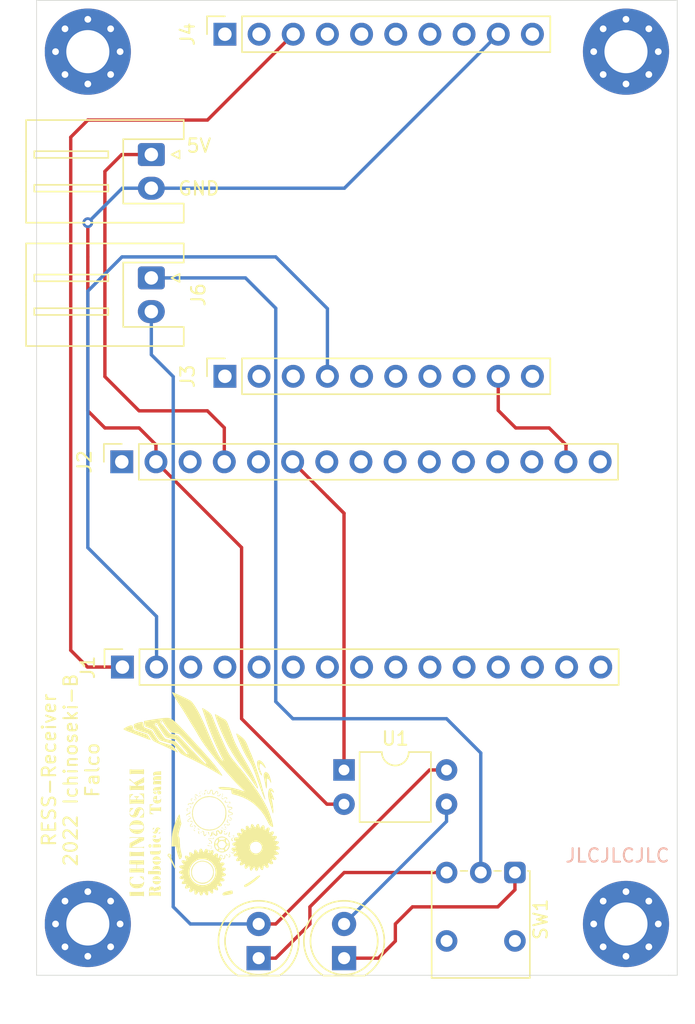
<source format=kicad_pcb>
(kicad_pcb (version 20211014) (generator pcbnew)
  (layers (0 "F.Cu" signal) (31 "B.Cu" signal) (34 "B.Paste" user) (35 "F.Paste" user) (36 "B.SilkS" user "B.Silkscreen") (37 "F.SilkS" user "F.Silkscreen") (38 "B.Mask" user) (39 "F.Mask" user) (44 "Edge.Cuts" user))
  (net 0 "")
  (net 1 "Net-(D1-Pad1)")
  (net 2 "Net-(D1-Pad2)")
  (net 3 "Net-(D2-Pad1)")
  (net 4 "GND")
  (net 5 "Net-(D2-Pad2)")
  (net 6 "+5V")
  (net 7 "Net-(J6-Pad1)")
  (net 8 "RX")
  (net 9 "+3V3")
  (net 10 "TX")
  (net 11 "Out")
  (net 12 "Net-(J1-Pad3)")
  (net 13 "Net-(J1-Pad4)")
  (net 14 "Net-(J1-Pad5)")
  (net 15 "Net-(J1-Pad6)")
  (net 16 "Net-(J1-Pad7)")
  (net 17 "Net-(J1-Pad8)")
  (net 18 "Net-(J1-Pad9)")
  (net 19 "Net-(J1-Pad10)")
  (net 20 "Net-(J1-Pad11)")
  (net 21 "Net-(J1-Pad12)")
  (net 22 "Net-(J1-Pad13)")
  (net 23 "Net-(J1-Pad14)")
  (net 24 "Net-(J1-Pad15)")
  (net 25 "Net-(J2-Pad1)")
  (net 26 "Net-(J2-Pad3)")
  (net 27 "Net-(J2-Pad5)")
  (net 28 "Net-(J2-Pad7)")
  (net 29 "Net-(J2-Pad8)")
  (net 30 "Net-(J2-Pad9)")
  (net 31 "Net-(J2-Pad10)")
  (net 32 "Net-(J2-Pad11)")
  (net 33 "Net-(J2-Pad12)")
  (net 34 "Net-(J2-Pad13)")
  (net 35 "Net-(J2-Pad15)")
  (net 36 "Net-(J4-Pad1)")
  (net 37 "Net-(J4-Pad2)")
  (net 38 "Net-(J4-Pad4)")
  (net 39 "Net-(J4-Pad5)")
  (net 40 "Net-(J4-Pad6)")
  (net 41 "Net-(J4-Pad7)")
  (net 42 "Net-(J4-Pad8)")
  (net 43 "Net-(J4-Pad10)")
  (net 44 "Net-(J3-Pad1)")
  (net 45 "Net-(J3-Pad2)")
  (net 46 "Net-(J3-Pad3)")
  (net 47 "Net-(J3-Pad5)")
  (net 48 "Net-(J3-Pad6)")
  (net 49 "Net-(J3-Pad7)")
  (net 50 "Net-(J3-Pad8)")
  (net 51 "Net-(J3-Pad10)")
  (footprint "MountingHole:MountingHole_3.2mm_M3_Pad_Via" (layer "F.Cu") (at 85.09 83.82)
    (fp_text reference "H1" hide)
    (fp_text value "MountingHole")
    (pad "1" thru_hole circle locked (at 1.697056 1.697056) (size 0.8 0.8) (drill 0.5) (layers *.Cu *.Mask))
    (pad "1" thru_hole circle locked (at 0 2.4) (size 0.8 0.8) (drill 0.5) (layers *.Cu *.Mask))
    (pad "1" thru_hole circle locked (at -1.697056 -1.697056) (size 0.8 0.8) (drill 0.5) (layers *.Cu *.Mask))
    (pad "1" thru_hole circle locked (at 1.697056 -1.697056) (size 0.8 0.8) (drill 0.5) (layers *.Cu *.Mask))
    (pad "1" thru_hole circle locked (at 0 -2.4) (size 0.8 0.8) (drill 0.5) (layers *.Cu *.Mask))
    (pad "1" thru_hole circle locked (at 0 0) (size 6.4 6.4) (drill 3.2) (layers *.Cu *.Mask))
    (pad "1" thru_hole circle locked (at -2.4 0) (size 0.8 0.8) (drill 0.5) (layers *.Cu *.Mask))
    (pad "1" thru_hole circle locked (at 2.4 0) (size 0.8 0.8) (drill 0.5) (layers *.Cu *.Mask))
    (pad "1" thru_hole circle locked (at -1.697056 1.697056) (size 0.8 0.8) (drill 0.5) (layers *.Cu *.Mask))
  )
  (footprint "MountingHole:MountingHole_3.2mm_M3_Pad_Via" (layer "F.Cu") (at 125.095 148.59)
    (fp_text reference "H3" hide)
    (fp_text value "MountingHole")
    (pad "1" thru_hole circle locked (at 0 -2.4) (size 0.8 0.8) (drill 0.5) (layers *.Cu *.Mask))
    (pad "1" thru_hole circle locked (at 1.697056 -1.697056) (size 0.8 0.8) (drill 0.5) (layers *.Cu *.Mask))
    (pad "1" thru_hole circle locked (at -1.697056 1.697056) (size 0.8 0.8) (drill 0.5) (layers *.Cu *.Mask))
    (pad "1" thru_hole circle locked (at 0 2.4) (size 0.8 0.8) (drill 0.5) (layers *.Cu *.Mask))
    (pad "1" thru_hole circle locked (at -1.697056 -1.697056) (size 0.8 0.8) (drill 0.5) (layers *.Cu *.Mask))
    (pad "1" thru_hole circle locked (at 0 0) (size 6.4 6.4) (drill 3.2) (layers *.Cu *.Mask))
    (pad "1" thru_hole circle locked (at -2.4 0) (size 0.8 0.8) (drill 0.5) (layers *.Cu *.Mask))
    (pad "1" thru_hole circle locked (at 1.697056 1.697056) (size 0.8 0.8) (drill 0.5) (layers *.Cu *.Mask))
    (pad "1" thru_hole circle locked (at 2.4 0) (size 0.8 0.8) (drill 0.5) (layers *.Cu *.Mask))
  )
  (footprint "MountingHole:MountingHole_3.2mm_M3_Pad_Via" (layer "F.Cu") (at 125.095 83.82)
    (fp_text reference "H4" hide)
    (fp_text value "MountingHole")
    (pad "1" thru_hole circle locked (at 0 -2.4) (size 0.8 0.8) (drill 0.5) (layers *.Cu *.Mask))
    (pad "1" thru_hole circle locked (at -1.697056 1.697056) (size 0.8 0.8) (drill 0.5) (layers *.Cu *.Mask))
    (pad "1" thru_hole circle locked (at 1.697056 -1.697056) (size 0.8 0.8) (drill 0.5) (layers *.Cu *.Mask))
    (pad "1" thru_hole circle locked (at 0 0) (size 6.4 6.4) (drill 3.2) (layers *.Cu *.Mask))
    (pad "1" thru_hole circle locked (at 1.697056 1.697056) (size 0.8 0.8) (drill 0.5) (layers *.Cu *.Mask))
    (pad "1" thru_hole circle locked (at 0 2.4) (size 0.8 0.8) (drill 0.5) (layers *.Cu *.Mask))
    (pad "1" thru_hole circle locked (at -2.4 0) (size 0.8 0.8) (drill 0.5) (layers *.Cu *.Mask))
    (pad "1" thru_hole circle locked (at 2.4 0) (size 0.8 0.8) (drill 0.5) (layers *.Cu *.Mask))
    (pad "1" thru_hole circle locked (at -1.697056 -1.697056) (size 0.8 0.8) (drill 0.5) (layers *.Cu *.Mask))
  )
  (footprint "MountingHole:MountingHole_3.2mm_M3_Pad_Via" (layer "F.Cu") (at 85.09 148.59)
    (fp_text reference "H2" hide)
    (fp_text value "MountingHole")
    (pad "1" thru_hole circle locked (at 0 0) (size 6.4 6.4) (drill 3.2) (layers *.Cu *.Mask))
    (pad "1" thru_hole circle locked (at 1.697056 -1.697056) (size 0.8 0.8) (drill 0.5) (layers *.Cu *.Mask))
    (pad "1" thru_hole circle locked (at -1.697056 -1.697056) (size 0.8 0.8) (drill 0.5) (layers *.Cu *.Mask))
    (pad "1" thru_hole circle locked (at -1.697056 1.697056) (size 0.8 0.8) (drill 0.5) (layers *.Cu *.Mask))
    (pad "1" thru_hole circle locked (at 0 -2.4) (size 0.8 0.8) (drill 0.5) (layers *.Cu *.Mask))
    (pad "1" thru_hole circle locked (at 1.697056 1.697056) (size 0.8 0.8) (drill 0.5) (layers *.Cu *.Mask))
    (pad "1" thru_hole circle locked (at 2.4 0) (size 0.8 0.8) (drill 0.5) (layers *.Cu *.Mask))
    (pad "1" thru_hole circle locked (at 0 2.4) (size 0.8 0.8) (drill 0.5) (layers *.Cu *.Mask))
    (pad "1" thru_hole circle locked (at -2.4 0) (size 0.8 0.8) (drill 0.5) (layers *.Cu *.Mask))
  )
  (footprint "Connector_PinSocket_2.54mm:PinSocket_1x10_P2.54mm_Vertical" (layer "F.Cu") (at 95.28 82.525 90)
    (fp_text reference "J4" (at 0 -2.77 90) (layer "F.SilkS"))
    (fp_text value "ADP_R")
    (pad "1" thru_hole rect (at 0 0 90) (size 1.7 1.7) (drill 1) (layers *.Cu *.Mask) (net 36 "Net-(J4-Pad1)"))
    (pad "2" thru_hole oval (at 0 2.54 90) (size 1.7 1.7) (drill 1) (layers *.Cu *.Mask) (net 37 "Net-(J4-Pad2)"))
    (pad "3" thru_hole oval (at 0 5.08 90) (size 1.7 1.7) (drill 1) (layers *.Cu *.Mask) (net 10 "TX"))
    (pad "4" thru_hole oval (at 0 7.62 90) (size 1.7 1.7) (drill 1) (layers *.Cu *.Mask) (net 38 "Net-(J4-Pad4)"))
    (pad "5" thru_hole oval (at 0 10.16 90) (size 1.7 1.7) (drill 1) (layers *.Cu *.Mask) (net 39 "Net-(J4-Pad5)"))
    (pad "6" thru_hole oval (at 0 12.7 90) (size 1.7 1.7) (drill 1) (layers *.Cu *.Mask) (net 40 "Net-(J4-Pad6)"))
    (pad "7" thru_hole oval (at 0 15.24 90) (size 1.7 1.7) (drill 1) (layers *.Cu *.Mask) (net 41 "Net-(J4-Pad7)"))
    (pad "8" thru_hole oval (at 0 17.78 90) (size 1.7 1.7) (drill 1) (layers *.Cu *.Mask) (net 42 "Net-(J4-Pad8)"))
    (pad "9" thru_hole oval (at 0 20.32 90) (size 1.7 1.7) (drill 1) (layers *.Cu *.Mask) (net 4 "GND"))
    (pad "10" thru_hole oval (at 0 22.86 90) (size 1.7 1.7) (drill 1) (layers *.Cu *.Mask) (net 43 "Net-(J4-Pad10)"))
  )
  (footprint "Connector_PinSocket_2.54mm:PinSocket_1x15_P2.54mm_Vertical" (layer "F.Cu") (at 87.66 129.515 90)
    (fp_text reference "J1" (at -0.025 -2.57 90) (layer "F.SilkS"))
    (fp_text value "Conn_01x15_Female")
    (pad "1" thru_hole rect (at 0 0 90) (size 1.7 1.7) (drill 1) (layers *.Cu *.Mask) (net 10 "TX"))
    (pad "2" thru_hole oval (at 0 2.54 90) (size 1.7 1.7) (drill 1) (layers *.Cu *.Mask) (net 8 "RX"))
    (pad "3" thru_hole oval (at 0 5.08 90) (size 1.7 1.7) (drill 1) (layers *.Cu *.Mask) (net 12 "Net-(J1-Pad3)"))
    (pad "4" thru_hole oval (at 0 7.62 90) (size 1.7 1.7) (drill 1) (layers *.Cu *.Mask) (net 13 "Net-(J1-Pad4)"))
    (pad "5" thru_hole oval (at 0 10.16 90) (size 1.7 1.7) (drill 1) (layers *.Cu *.Mask) (net 14 "Net-(J1-Pad5)"))
    (pad "6" thru_hole oval (at 0 12.7 90) (size 1.7 1.7) (drill 1) (layers *.Cu *.Mask) (net 15 "Net-(J1-Pad6)"))
    (pad "7" thru_hole oval (at 0 15.24 90) (size 1.7 1.7) (drill 1) (layers *.Cu *.Mask) (net 16 "Net-(J1-Pad7)"))
    (pad "8" thru_hole oval (at 0 17.78 90) (size 1.7 1.7) (drill 1) (layers *.Cu *.Mask) (net 17 "Net-(J1-Pad8)"))
    (pad "9" thru_hole oval (at 0 20.32 90) (size 1.7 1.7) (drill 1) (layers *.Cu *.Mask) (net 18 "Net-(J1-Pad9)"))
    (pad "10" thru_hole oval (at 0 22.86 90) (size 1.7 1.7) (drill 1) (layers *.Cu *.Mask) (net 19 "Net-(J1-Pad10)"))
    (pad "11" thru_hole oval (at 0 25.4 90) (size 1.7 1.7) (drill 1) (layers *.Cu *.Mask) (net 20 "Net-(J1-Pad11)"))
    (pad "12" thru_hole oval (at 0 27.94 90) (size 1.7 1.7) (drill 1) (layers *.Cu *.Mask) (net 21 "Net-(J1-Pad12)"))
    (pad "13" thru_hole oval (at 0 30.48 90) (size 1.7 1.7) (drill 1) (layers *.Cu *.Mask) (net 22 "Net-(J1-Pad13)"))
    (pad "14" thru_hole oval (at 0 33.02 90) (size 1.7 1.7) (drill 1) (layers *.Cu *.Mask) (net 23 "Net-(J1-Pad14)"))
    (pad "15" thru_hole oval (at 0 35.56 90) (size 1.7 1.7) (drill 1) (layers *.Cu *.Mask) (net 24 "Net-(J1-Pad15)"))
  )
  (footprint "Connector_JST:JST_XH_S2B-XH-A_1x02_P2.50mm_Horizontal" (layer "F.Cu") (at 89.81 91.46 -90)
    (fp_text reference "J5" hide)
    (fp_text value "Power_IN")
    (pad "1" thru_hole roundrect (at 0 0 270) (size 1.7 2) (drill 1) (layers *.Cu *.Mask) (roundrect_rratio 0.1470588235) (net 6 "+5V"))
    (pad "2" thru_hole oval (at 2.5 0 270) (size 1.7 2) (drill 1) (layers *.Cu *.Mask) (net 4 "GND"))
  )
  (footprint "INCT:INCT" (layer "F.Cu") (at 92.71 139.7 90)
    (fp_text reference "J8" hide)
    (fp_text value "Logo" hide)
  )
  (footprint "LED_THT:LED_D5.0mm" (layer "F.Cu") (at 97.79 151.13 90)
    (fp_text reference "D2" hide)
    (fp_text value "LED")
    (pad "1" thru_hole rect (at 0 0 90) (size 1.8 1.8) (drill 0.9) (layers *.Cu *.Mask) (net 3 "Net-(D2-Pad1)"))
    (pad "2" thru_hole circle (at 2.54 0 90) (size 1.8 1.8) (drill 0.9) (layers *.Cu *.Mask) (net 5 "Net-(D2-Pad2)"))
  )
  (footprint "Connector_PinSocket_2.54mm:PinSocket_1x15_P2.54mm_Vertical" (layer "F.Cu") (at 87.615 114.275 90)
    (fp_text reference "J2" (at 0 -2.77 90) (layer "F.SilkS"))
    (fp_text value "Conn_01x15_Female")
    (pad "1" thru_hole rect (at 0 0 90) (size 1.7 1.7) (drill 1) (layers *.Cu *.Mask) (net 25 "Net-(J2-Pad1)"))
    (pad "2" thru_hole oval (at 0 2.54 90) (size 1.7 1.7) (drill 1) (layers *.Cu *.Mask) (net 4 "GND"))
    (pad "3" thru_hole oval (at 0 5.08 90) (size 1.7 1.7) (drill 1) (layers *.Cu *.Mask) (net 26 "Net-(J2-Pad3)"))
    (pad "4" thru_hole oval (at 0 7.62 90) (size 1.7 1.7) (drill 1) (layers *.Cu *.Mask) (net 6 "+5V"))
    (pad "5" thru_hole oval (at 0 10.16 90) (size 1.7 1.7) (drill 1) (layers *.Cu *.Mask) (net 27 "Net-(J2-Pad5)"))
    (pad "6" thru_hole oval (at 0 12.7 90) (size 1.7 1.7) (drill 1) (layers *.Cu *.Mask) (net 11 "Out"))
    (pad "7" thru_hole oval (at 0 15.24 90) (size 1.7 1.7) (drill 1) (layers *.Cu *.Mask) (net 28 "Net-(J2-Pad7)"))
    (pad "8" thru_hole oval (at 0 17.78 90) (size 1.7 1.7) (drill 1) (layers *.Cu *.Mask) (net 29 "Net-(J2-Pad8)"))
    (pad "9" thru_hole oval (at 0 20.32 90) (size 1.7 1.7) (drill 1) (layers *.Cu *.Mask) (net 30 "Net-(J2-Pad9)"))
    (pad "10" thru_hole oval (at 0 22.86 90) (size 1.7 1.7) (drill 1) (layers *.Cu *.Mask) (net 31 "Net-(J2-Pad10)"))
    (pad "11" thru_hole oval (at 0 25.4 90) (size 1.7 1.7) (drill 1) (layers *.Cu *.Mask) (net 32 "Net-(J2-Pad11)"))
    (pad "12" thru_hole oval (at 0 27.94 90) (size 1.7 1.7) (drill 1) (layers *.Cu *.Mask) (net 33 "Net-(J2-Pad12)"))
    (pad "13" thru_hole oval (at 0 30.48 90) (size 1.7 1.7) (drill 1) (layers *.Cu *.Mask) (net 34 "Net-(J2-Pad13)"))
    (pad "14" thru_hole oval (at 0 33.02 90) (size 1.7 1.7) (drill 1) (layers *.Cu *.Mask) (net 9 "+3V3"))
    (pad "15" thru_hole oval (at 0 35.56 90) (size 1.7 1.7) (drill 1) (layers *.Cu *.Mask) (net 35 "Net-(J2-Pad15)"))
  )
  (footprint "Package_DIP:DIP-4_W7.62mm" (layer "F.Cu") (at 104.135 137.155)
    (fp_text reference "U1" (at 3.81 -2.33) (layer "F.SilkS"))
    (fp_text value "TLP785")
    (pad "1" thru_hole rect (at 0 0) (size 1.6 1.6) (drill 0.8) (layers *.Cu *.Mask) (net 11 "Out"))
    (pad "2" thru_hole oval (at 0 2.54) (size 1.6 1.6) (drill 0.8) (layers *.Cu *.Mask) (net 4 "GND"))
    (pad "3" thru_hole oval (at 7.62 2.54) (size 1.6 1.6) (drill 0.8) (layers *.Cu *.Mask) (net 2 "Net-(D1-Pad2)"))
    (pad "4" thru_hole oval (at 7.62 0) (size 1.6 1.6) (drill 0.8) (layers *.Cu *.Mask) (net 5 "Net-(D2-Pad2)"))
  )
  (footprint "Connector_JST:JST_XH_S2B-XH-A_1x02_P2.50mm_Horizontal" (layer "F.Cu") (at 89.81 100.62 -90)
    (fp_text reference "J6" (at 1.25 -3.5 90) (layer "F.SilkS"))
    (fp_text value "RESS_OUT1")
    (pad "1" thru_hole roundrect (at 0 0 270) (size 1.7 2) (drill 1) (layers *.Cu *.Mask) (roundrect_rratio 0.1470588235) (net 7 "Net-(J6-Pad1)"))
    (pad "2" thru_hole oval (at 2.5 0 270) (size 1.7 2) (drill 1) (layers *.Cu *.Mask) (net 5 "Net-(D2-Pad2)"))
  )
  (footprint "Connector_PinSocket_2.54mm:PinSocket_1x10_P2.54mm_Vertical" (layer "F.Cu") (at 95.28 107.925 90)
    (fp_text reference "J3" (at 0 -2.77 90) (layer "F.SilkS"))
    (fp_text value "ADP_L")
    (pad "1" thru_hole rect (at 0 0 90) (size 1.7 1.7) (drill 1) (layers *.Cu *.Mask) (net 44 "Net-(J3-Pad1)"))
    (pad "2" thru_hole oval (at 0 2.54 90) (size 1.7 1.7) (drill 1) (layers *.Cu *.Mask) (net 45 "Net-(J3-Pad2)"))
    (pad "3" thru_hole oval (at 0 5.08 90) (size 1.7 1.7) (drill 1) (layers *.Cu *.Mask) (net 46 "Net-(J3-Pad3)"))
    (pad "4" thru_hole oval (at 0 7.62 90) (size 1.7 1.7) (drill 1) (layers *.Cu *.Mask) (net 8 "RX"))
    (pad "5" thru_hole oval (at 0 10.16 90) (size 1.7 1.7) (drill 1) (layers *.Cu *.Mask) (net 47 "Net-(J3-Pad5)"))
    (pad "6" thru_hole oval (at 0 12.7 90) (size 1.7 1.7) (drill 1) (layers *.Cu *.Mask) (net 48 "Net-(J3-Pad6)"))
    (pad "7" thru_hole oval (at 0 15.24 90) (size 1.7 1.7) (drill 1) (layers *.Cu *.Mask) (net 49 "Net-(J3-Pad7)"))
    (pad "8" thru_hole oval (at 0 17.78 90) (size 1.7 1.7) (drill 1) (layers *.Cu *.Mask) (net 50 "Net-(J3-Pad8)"))
    (pad "9" thru_hole oval (at 0 20.32 90) (size 1.7 1.7) (drill 1) (layers *.Cu *.Mask) (net 9 "+3V3"))
    (pad "10" thru_hole oval (at 0 22.86 90) (size 1.7 1.7) (drill 1) (layers *.Cu *.Mask) (net 51 "Net-(J3-Pad10)"))
  )
  (footprint "LED_THT:LED_D5.0mm" (layer "F.Cu") (at 104.14 151.13 90)
    (fp_text reference "D1" hide)
    (fp_text value "LED")
    (pad "1" thru_hole rect (at 0 0 90) (size 1.8 1.8) (drill 0.9) (layers *.Cu *.Mask) (net 1 "Net-(D1-Pad1)"))
    (pad "2" thru_hole circle (at 2.54 0 90) (size 1.8 1.8) (drill 0.9) (layers *.Cu *.Mask) (net 2 "Net-(D1-Pad2)"))
  )
  (footprint "Button_Switch_THT:SW_Push_1P2T_Vertical_E-Switch_800UDP8P1A1M6" (layer "F.Cu") (at 116.84 144.77 -90)
    (fp_text reference "SW1" (at 3.48 -1.91 90) (layer "F.SilkS"))
    (fp_text value "SW_SPDT")
    (pad "" thru_hole circle (at 5.08 0 90) (size 1.6 1.6) (drill 0.89) (layers *.Cu *.Mask))
    (pad "" thru_hole circle (at 5.08 5.08 90) (size 1.6 1.6) (drill 0.89) (layers *.Cu *.Mask))
    (pad "1" thru_hole roundrect (at 0 0 90) (size 1.6 1.6) (drill 0.89) (layers *.Cu *.Mask) (net 1 "Net-(D1-Pad1)"))
    (pad "2" thru_hole circle (at 0 2.54 90) (size 1.6 1.6) (drill 0.89) (layers *.Cu *.Mask) (net 7 "Net-(J6-Pad1)"))
    (pad "3" thru_hole circle (at 0 5.08 90) (size 1.6 1.6) (drill 0.89) (layers *.Cu *.Mask) (net 3 "Net-(D2-Pad1)"))
  )
  (gr_line (start 128.27 80.01) (end 128.905 80.01) (layer "Edge.Cuts") (width 0.05))
  (gr_line (start 128.905 80.01) (end 128.905 152.4) (layer "Edge.Cuts") (width 0.05))
  (gr_line (start 128.27 152.4) (end 128.905 152.4) (layer "Edge.Cuts") (width 0.05))
  (gr_line (start 81.28 80.01) (end 128.27 80.01) (layer "Edge.Cuts") (width 0.05))
  (gr_line (start 81.28 152.4) (end 81.28 80.01) (layer "Edge.Cuts") (width 0.05))
  (gr_line (start 81.28 152.4) (end 128.27 152.4) (layer "Edge.Cuts") (width 0.05))
  (gr_text "JLCJLCJLC" (at 124.46 143.51) (layer "B.SilkS") (effects (font (size 1 1))))
  (gr_text "5V" (at 93.345 90.805) (layer "F.SilkS") (effects (font (size 1 1))))
  (gr_text "RESS-Receiver\n2022 Ichinoseki-B\nFalco" (at 83.82 137.16 90) (layer "F.SilkS") (effects (font (size 1 1))))
  (gr_text "GND" (at 93.345 93.98) (layer "F.SilkS") (effects (font (size 1 1))))
  (segment (start 107.95 149.86) (end 106.68 151.13) (width 0.25) (layer "F.Cu") (net 1))
  (segment (start 115.57 147.32) (end 109.22 147.32) (width 0.25) (layer "F.Cu") (net 1))
  (segment (start 106.68 151.13) (end 104.14 151.13) (width 0.25) (layer "F.Cu") (net 1))
  (segment (start 116.84 146.05) (end 115.57 147.32) (width 0.25) (layer "F.Cu") (net 1))
  (segment (start 107.95 148.59) (end 107.95 149.86) (width 0.25) (layer "F.Cu") (net 1))
  (segment (start 116.84 144.77) (end 116.84 146.05) (width 0.25) (layer "F.Cu") (net 1))
  (segment (start 109.22 147.32) (end 107.95 148.59) (width 0.25) (layer "F.Cu") (net 1))
  (segment (start 111.755 139.695) (end 111.755 140.975) (width 0.25) (layer "B.Cu") (net 2))
  (segment (start 111.755 140.975) (end 104.14 148.59) (width 0.25) (layer "B.Cu") (net 2))
  (segment (start 104.15 144.77) (end 111.76 144.77) (width 0.25) (layer "F.Cu") (net 3))
  (segment (start 97.79 151.13) (end 99.06 151.13) (width 0.25) (layer "F.Cu") (net 3))
  (segment (start 101.6 148.59) (end 101.6 147.32) (width 0.25) (layer "F.Cu") (net 3))
  (segment (start 99.06 151.13) (end 101.6 148.59) (width 0.25) (layer "F.Cu") (net 3))
  (segment (start 101.6 147.32) (end 104.15 144.77) (width 0.25) (layer "F.Cu") (net 3))
  (segment (start 90.155 114.275) (end 90.155 113.015) (width 0.25) (layer "F.Cu") (net 4))
  (segment (start 86.36 111.76) (end 85.09 110.49) (width 0.25) (layer "F.Cu") (net 4))
  (segment (start 85.09 110.49) (end 85.09 99.06) (width 0.25) (layer "F.Cu") (net 4))
  (segment (start 96.52 133.35) (end 96.52 120.64) (width 0.25) (layer "F.Cu") (net 4))
  (segment (start 104.135 139.695) (end 102.865 139.695) (width 0.25) (layer "F.Cu") (net 4))
  (segment (start 90.155 114.275) (end 92.715 116.835) (width 0.25) (layer "F.Cu") (net 4))
  (segment (start 96.52 120.64) (end 92.715 116.835) (width 0.25) (layer "F.Cu") (net 4))
  (segment (start 102.865 139.695) (end 96.52 133.35) (width 0.25) (layer "F.Cu") (net 4))
  (segment (start 85.09 99.06) (end 85.09 96.52) (width 0.25) (layer "F.Cu") (net 4))
  (segment (start 88.9 111.76) (end 86.36 111.76) (width 0.25) (layer "F.Cu") (net 4))
  (segment (start 90.155 113.015) (end 88.9 111.76) (width 0.25) (layer "F.Cu") (net 4))
  (via (at 85.09 96.52) (size 0.8) (drill 0.4) (layers "F.Cu" "B.Cu") (net 4))
  (segment (start 89.81 93.96) (end 104.165 93.96) (width 0.25) (layer "B.Cu") (net 4))
  (segment (start 104.165 93.96) (end 115.6 82.525) (width 0.25) (layer "B.Cu") (net 4))
  (segment (start 85.09 96.52) (end 87.65 93.96) (width 0.25) (layer "B.Cu") (net 4))
  (segment (start 87.65 93.96) (end 89.81 93.96) (width 0.25) (layer "B.Cu") (net 4))
  (segment (start 99.06 148.59) (end 97.79 148.59) (width 0.25) (layer "F.Cu") (net 5))
  (segment (start 110.495 137.155) (end 99.06 148.59) (width 0.25) (layer "F.Cu") (net 5))
  (segment (start 111.755 137.155) (end 110.495 137.155) (width 0.25) (layer "F.Cu") (net 5))
  (segment (start 91.44 147.32) (end 92.71 148.59) (width 0.25) (layer "B.Cu") (net 5))
  (segment (start 91.44 107.95) (end 91.44 147.32) (width 0.25) (layer "B.Cu") (net 5))
  (segment (start 89.81 106.32) (end 91.44 107.95) (width 0.25) (layer "B.Cu") (net 5))
  (segment (start 89.81 103.12) (end 89.81 106.32) (width 0.25) (layer "B.Cu") (net 5))
  (segment (start 92.71 148.59) (end 97.79 148.59) (width 0.25) (layer "B.Cu") (net 5))
  (segment (start 86.36 92.71) (end 86.36 107.95) (width 0.25) (layer "F.Cu") (net 6))
  (segment (start 86.36 107.95) (end 88.9 110.49) (width 0.25) (layer "F.Cu") (net 6))
  (segment (start 95.235 111.745) (end 95.235 114.275) (width 0.25) (layer "F.Cu") (net 6))
  (segment (start 89.81 91.46) (end 87.61 91.46) (width 0.25) (layer "F.Cu") (net 6))
  (segment (start 87.61 91.46) (end 86.36 92.71) (width 0.25) (layer "F.Cu") (net 6))
  (segment (start 93.98 110.49) (end 95.235 111.745) (width 0.25) (layer "F.Cu") (net 6))
  (segment (start 88.9 110.49) (end 93.98 110.49) (width 0.25) (layer "F.Cu") (net 6))
  (segment (start 96.81 100.62) (end 99.06 102.87) (width 0.25) (layer "B.Cu") (net 7))
  (segment (start 100.33 133.35) (end 111.76 133.35) (width 0.25) (layer "B.Cu") (net 7))
  (segment (start 111.76 133.35) (end 114.3 135.89) (width 0.25) (layer "B.Cu") (net 7))
  (segment (start 89.81 100.62) (end 96.81 100.62) (width 0.25) (layer "B.Cu") (net 7))
  (segment (start 114.3 135.89) (end 114.3 144.77) (width 0.25) (layer "B.Cu") (net 7))
  (segment (start 99.06 102.87) (end 99.06 132.08) (width 0.25) (layer "B.Cu") (net 7))
  (segment (start 99.06 132.08) (end 100.33 133.35) (width 0.25) (layer "B.Cu") (net 7))
  (segment (start 99.06 99.06) (end 87.63 99.06) (width 0.25) (layer "B.Cu") (net 8))
  (segment (start 102.9 107.925) (end 102.9 102.9) (width 0.25) (layer "B.Cu") (net 8))
  (segment (start 87.63 99.06) (end 85.09 101.6) (width 0.25) (layer "B.Cu") (net 8))
  (segment (start 85.09 120.65) (end 90.2 125.76) (width 0.25) (layer "B.Cu") (net 8))
  (segment (start 85.09 101.6) (end 85.09 120.65) (width 0.25) (layer "B.Cu") (net 8))
  (segment (start 90.2 125.76) (end 90.2 129.515) (width 0.25) (layer "B.Cu") (net 8))
  (segment (start 102.9 102.9) (end 99.06 99.06) (width 0.25) (layer "B.Cu") (net 8))
  (segment (start 115.6 107.925) (end 115.6 110.46) (width 0.25) (layer "F.Cu") (net 9))
  (segment (start 120.65 113.03) (end 120.635 113.045) (width 0.25) (layer "F.Cu") (net 9))
  (segment (start 119.38 111.76) (end 120.65 113.03) (width 0.25) (layer "F.Cu") (net 9))
  (segment (start 116.9 111.76) (end 119.38 111.76) (width 0.25) (layer "F.Cu") (net 9))
  (segment (start 115.6 110.46) (end 116.9 111.76) (width 0.25) (layer "F.Cu") (net 9))
  (segment (start 120.635 113.045) (end 120.635 114.275) (width 0.25) (layer "F.Cu") (net 9))
  (segment (start 85.065 129.515) (end 87.66 129.515) (width 0.25) (layer "F.Cu") (net 10))
  (segment (start 83.82 90.17) (end 83.82 128.27) (width 0.25) (layer "F.Cu") (net 10))
  (segment (start 85.09 88.9) (end 83.82 90.17) (width 0.25) (layer "F.Cu") (net 10))
  (segment (start 83.82 128.27) (end 85.065 129.515) (width 0.25) (layer "F.Cu") (net 10))
  (segment (start 93.985 88.9) (end 85.09 88.9) (width 0.25) (layer "F.Cu") (net 10))
  (segment (start 100.36 82.525) (end 93.985 88.9) (width 0.25) (layer "F.Cu") (net 10))
  (segment (start 102.875 116.835) (end 104.14 118.1) (width 0.25) (layer "F.Cu") (net 11))
  (segment (start 104.135 137.155) (end 104.135 118.095) (width 0.25) (layer "F.Cu") (net 11))
  (segment (start 104.135 118.095) (end 102.875 116.835) (width 0.25) (layer "F.Cu") (net 11))
  (segment (start 100.315 114.275) (end 102.875 116.835) (width 0.25) (layer "F.Cu") (net 11))
)
</source>
